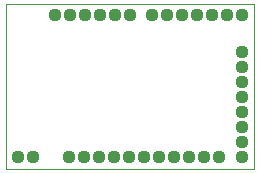
<source format=gbs>
G75*
G70*
%OFA0B0*%
%FSLAX24Y24*%
%IPPOS*%
%LPD*%
%AMOC8*
5,1,8,0,0,1.08239X$1,22.5*
%
%ADD10C,0.0000*%
%ADD11C,0.0440*%
D10*
X000383Y000420D02*
X000383Y005931D01*
X008650Y005931D01*
X008650Y000420D01*
X000383Y000420D01*
D11*
X000782Y000813D03*
X001282Y000813D03*
X002489Y000813D03*
X002989Y000813D03*
X003489Y000813D03*
X003989Y000813D03*
X004489Y000813D03*
X004989Y000813D03*
X005489Y000813D03*
X005989Y000813D03*
X006489Y000813D03*
X006989Y000813D03*
X007489Y000813D03*
X008257Y000813D03*
X008257Y001313D03*
X008257Y001813D03*
X008257Y002313D03*
X008257Y002813D03*
X008257Y003313D03*
X008257Y003813D03*
X008257Y004313D03*
X008257Y005538D03*
X007757Y005538D03*
X007257Y005538D03*
X006757Y005538D03*
X006257Y005538D03*
X005757Y005538D03*
X005257Y005538D03*
X004507Y005538D03*
X004007Y005538D03*
X003507Y005538D03*
X003007Y005538D03*
X002507Y005538D03*
X002007Y005538D03*
M02*

</source>
